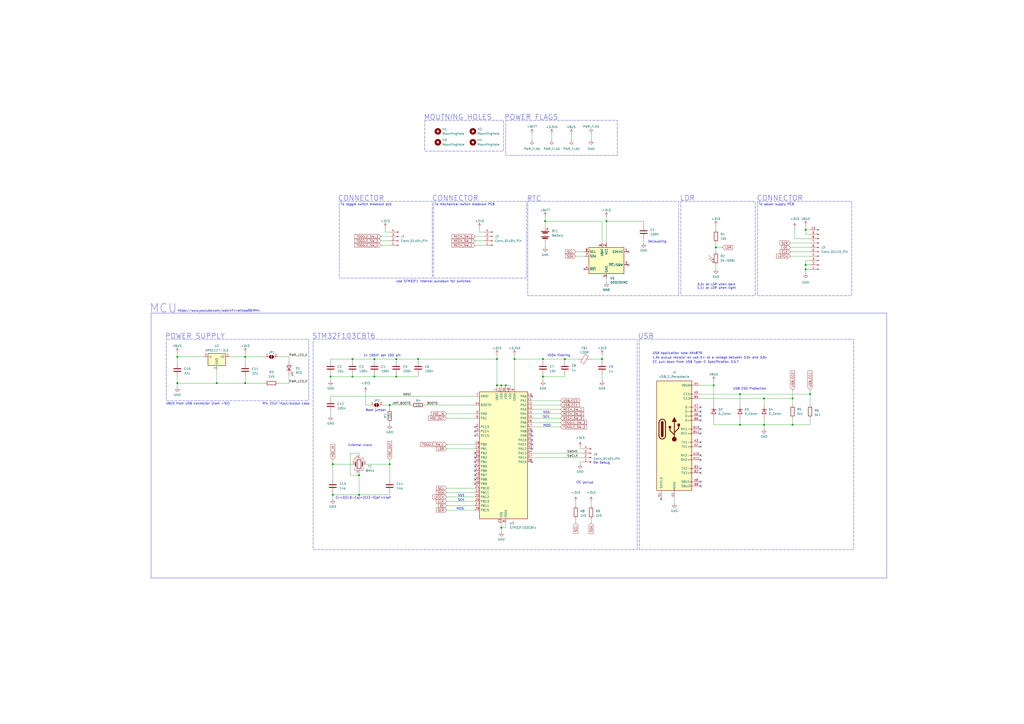
<source format=kicad_sch>
(kicad_sch (version 20231120) (generator "eeschema") (generator_version "8.0")
  (paper "A2")
  (title_block (title "Microcontroller Schematic") (date "2024-06-07") (rev "0.1.2"))
  (junction (at 351.79 128.27))
  (junction (at 226.06 269.24))
  (junction (at 288.29 223.52))
  (junction (at 208.28 275.59))
  (junction (at 226.06 234.95))
  (junction (at 242.57 208.28))
  (junction (at 414.02 223.52))
  (junction (at 193.04 287.02))
  (junction (at 459.74 231.14))
  (junction (at 429.26 246.38))
  (junction (at 443.23 231.14))
  (junction (at 229.87 218.44))
  (junction (at 314.96 218.44))
  (junction (at 208.28 287.02))
  (junction (at 229.87 208.28))
  (junction (at 467.36 156.21))
  (junction (at 467.36 153.67))
  (junction (at 459.74 246.38))
  (junction (at 102.87 222.25))
  (junction (at 316.23 128.27))
  (junction (at 290.83 223.52))
  (junction (at 327.66 208.28))
  (junction (at 415.29 143.51))
  (junction (at 142.24 207.01))
  (junction (at 217.17 208.28))
  (junction (at 443.23 246.38))
  (junction (at 102.87 207.01))
  (junction (at 204.47 218.44))
  (junction (at 288.29 208.28))
  (junction (at 467.36 133.35))
  (junction (at 349.25 208.28))
  (junction (at 314.96 208.28))
  (junction (at 293.37 223.52))
  (junction (at 142.24 222.25))
  (junction (at 125.73 222.25))
  (junction (at 217.17 218.44))
  (junction (at 191.77 218.44))
  (junction (at 193.04 269.24))
  (junction (at 469.9 228.6))
  (junction (at 429.26 228.6))
  (junction (at 204.47 208.28))
  (junction (at 298.45 208.28))
  (junction (at 290.83 306.07))
  (no_connect (at 364.49 146.05))
  (no_connect (at 406.4 238.76))
  (no_connect (at 339.09 156.21))
  (no_connect (at 406.4 251.46))
  (no_connect (at 308.61 255.27))
  (no_connect (at 406.4 256.54))
  (no_connect (at 308.61 250.19))
  (no_connect (at 275.59 275.59))
  (no_connect (at 308.61 267.97))
  (no_connect (at 406.4 279.4))
  (no_connect (at 308.61 257.81))
  (no_connect (at 308.61 229.87))
  (no_connect (at 275.59 267.97))
  (no_connect (at 275.59 273.05))
  (no_connect (at 308.61 260.35))
  (no_connect (at 383.54 289.56))
  (no_connect (at 275.59 252.73))
  (no_connect (at 275.59 247.65))
  (no_connect (at 406.4 274.32))
  (no_connect (at 275.59 250.19))
  (no_connect (at 406.4 241.3))
  (no_connect (at 364.49 153.67))
  (no_connect (at 275.59 270.51))
  (no_connect (at 406.4 271.78))
  (no_connect (at 275.59 265.43))
  (no_connect (at 275.59 280.67))
  (no_connect (at 406.4 281.94))
  (no_connect (at 275.59 262.89))
  (no_connect (at 406.4 248.92))
  (no_connect (at 308.61 252.73))
  (no_connect (at 406.4 236.22))
  (no_connect (at 406.4 264.16))
  (no_connect (at 406.4 259.08))
  (no_connect (at 275.59 278.13))
  (no_connect (at 406.4 266.7))
  (no_connect (at 406.4 243.84))
  (wire (pts (xy 259.08 293.37) (xy 275.59 293.37)))
  (wire (pts (xy 220.98 139.7) (xy 226.06 139.7)))
  (wire (pts (xy 298.45 208.28) (xy 298.45 224.79)))
  (wire (pts (xy 467.36 133.35) (xy 467.36 130.81)))
  (wire (pts (xy 259.08 260.35) (xy 275.59 260.35)))
  (wire (pts (xy 415.29 143.51) (xy 419.1 143.51)))
  (wire (pts (xy 391.16 289.56) (xy 391.16 292.1)))
  (wire (pts (xy 334.01 146.05) (xy 339.09 146.05)))
  (wire (pts (xy 429.26 246.38) (xy 414.02 246.38)))
  (wire (pts (xy 288.29 205.74) (xy 288.29 208.28)))
  (wire (pts (xy 226.06 234.95) (xy 222.25 234.95)))
  (wire (pts (xy 443.23 246.38) (xy 443.23 248.92)))
  (wire (pts (xy 293.37 223.52) (xy 290.83 223.52)))
  (wire (pts (xy 349.25 208.28) (xy 342.9 208.28)))
  (wire (pts (xy 459.74 246.38) (xy 469.9 246.38)))
  (wire (pts (xy 308.61 247.65) (xy 325.12 247.65)))
  (wire (pts (xy 102.87 204.47) (xy 102.87 207.01)))
  (wire (pts (xy 226.06 245.11) (xy 226.06 246.38)))
  (wire (pts (xy 316.23 125.73) (xy 316.23 128.27)))
  (wire (pts (xy 469.9 138.43) (xy 461.01 138.43)))
  (wire (pts (xy 320.04 77.47) (xy 320.04 81.28)))
  (wire (pts (xy 293.37 306.07) (xy 290.83 306.07)))
  (wire (pts (xy 229.87 208.28) (xy 217.17 208.28)))
  (wire (pts (xy 415.29 130.81) (xy 415.29 133.35)))
  (wire (pts (xy 288.29 223.52) (xy 288.29 224.79)))
  (wire (pts (xy 293.37 303.53) (xy 293.37 306.07)))
  (wire (pts (xy 351.79 128.27) (xy 373.38 128.27)))
  (wire (pts (xy 208.28 275.59) (xy 208.28 287.02)))
  (wire (pts (xy 142.24 218.44) (xy 142.24 222.25)))
  (wire (pts (xy 308.61 242.57) (xy 325.12 242.57)))
  (wire (pts (xy 142.24 207.01) (xy 142.24 210.82)))
  (wire (pts (xy 467.36 151.13) (xy 469.9 151.13)))
  (wire (pts (xy 259.08 285.75) (xy 275.59 285.75)))
  (wire (pts (xy 212.09 269.24) (xy 226.06 269.24)))
  (wire (pts (xy 191.77 229.87) (xy 275.59 229.87)))
  (wire (pts (xy 336.55 267.97) (xy 336.55 269.24)))
  (wire (pts (xy 102.87 222.25) (xy 102.87 224.79)))
  (wire (pts (xy 349.25 128.27) (xy 349.25 140.97)))
  (wire (pts (xy 406.4 228.6) (xy 429.26 228.6)))
  (wire (pts (xy 208.28 287.02) (xy 226.06 287.02)))
  (wire (pts (xy 429.26 242.57) (xy 429.26 246.38)))
  (wire (pts (xy 220.98 142.24) (xy 226.06 142.24)))
  (wire (pts (xy 467.36 153.67) (xy 467.36 151.13)))
  (wire (pts (xy 259.08 295.91) (xy 275.59 295.91)))
  (wire (pts (xy 351.79 128.27) (xy 351.79 140.97)))
  (wire (pts (xy 414.02 223.52) (xy 406.4 223.52)))
  (wire (pts (xy 167.64 207.01) (xy 167.64 209.55)))
  (wire (pts (xy 314.96 218.44) (xy 314.96 220.98)))
  (wire (pts (xy 308.61 262.89) (xy 337.82 262.89)))
  (wire (pts (xy 203.2 262.89) (xy 203.2 275.59)))
  (wire (pts (xy 290.83 303.53) (xy 290.83 306.07)))
  (wire (pts (xy 204.47 217.17) (xy 204.47 218.44)))
  (wire (pts (xy 406.4 231.14) (xy 443.23 231.14)))
  (wire (pts (xy 458.47 146.05) (xy 469.9 146.05)))
  (wire (pts (xy 334.01 290.83) (xy 334.01 293.37)))
  (wire (pts (xy 349.25 217.17) (xy 349.25 220.98)))
  (wire (pts (xy 259.08 290.83) (xy 275.59 290.83)))
  (wire (pts (xy 414.02 242.57) (xy 414.02 246.38)))
  (wire (pts (xy 226.06 287.02) (xy 226.06 285.75)))
  (wire (pts (xy 208.28 262.89) (xy 203.2 262.89)))
  (wire (pts (xy 191.77 238.76) (xy 191.77 241.3)))
  (wire (pts (xy 443.23 246.38) (xy 459.74 246.38)))
  (wire (pts (xy 142.24 204.47) (xy 142.24 207.01)))
  (wire (pts (xy 443.23 231.14) (xy 443.23 234.95)))
  (wire (pts (xy 259.08 288.29) (xy 275.59 288.29)))
  (wire (pts (xy 467.36 153.67) (xy 467.36 156.21)))
  (wire (pts (xy 161.29 207.01) (xy 167.64 207.01)))
  (wire (pts (xy 458.47 148.59) (xy 469.9 148.59)))
  (wire (pts (xy 467.36 156.21) (xy 469.9 156.21)))
  (wire (pts (xy 459.74 226.06) (xy 459.74 231.14)))
  (wire (pts (xy 327.66 218.44) (xy 327.66 217.17)))
  (wire (pts (xy 193.04 287.02) (xy 208.28 287.02)))
  (wire (pts (xy 314.96 208.28) (xy 314.96 209.55)))
  (wire (pts (xy 193.04 285.75) (xy 193.04 287.02)))
  (wire (pts (xy 314.96 217.17) (xy 314.96 218.44)))
  (wire (pts (xy 415.29 143.51) (xy 415.29 146.05)))
  (wire (pts (xy 229.87 218.44) (xy 242.57 218.44)))
  (wire (pts (xy 327.66 208.28) (xy 335.28 208.28)))
  (wire (pts (xy 337.82 267.97) (xy 336.55 267.97)))
  (wire (pts (xy 469.9 135.89) (xy 467.36 135.89)))
  (wire (pts (xy 469.9 228.6) (xy 469.9 234.95)))
  (wire (pts (xy 349.25 209.55) (xy 349.25 208.28)))
  (wire (pts (xy 280.67 134.62) (xy 278.13 134.62)))
  (wire (pts (xy 259.08 242.57) (xy 275.59 242.57)))
  (wire (pts (xy 443.23 231.14) (xy 459.74 231.14)))
  (wire (pts (xy 331.47 77.47) (xy 331.47 81.28)))
  (wire (pts (xy 133.35 207.01) (xy 142.24 207.01)))
  (wire (pts (xy 337.82 260.35) (xy 336.55 260.35)))
  (wire (pts (xy 193.04 289.56) (xy 193.04 287.02)))
  (wire (pts (xy 242.57 209.55) (xy 242.57 208.28)))
  (wire (pts (xy 327.66 208.28) (xy 327.66 209.55)))
  (wire (pts (xy 229.87 208.28) (xy 229.87 209.55)))
  (wire (pts (xy 429.26 228.6) (xy 429.26 234.95)))
  (wire (pts (xy 242.57 208.28) (xy 229.87 208.28)))
  (wire (pts (xy 142.24 222.25) (xy 125.73 222.25)))
  (wire (pts (xy 193.04 266.7) (xy 193.04 269.24)))
  (wire (pts (xy 308.61 245.11) (xy 325.12 245.11)))
  (wire (pts (xy 314.96 218.44) (xy 327.66 218.44)))
  (wire (pts (xy 288.29 223.52) (xy 288.29 208.28)))
  (wire (pts (xy 314.96 208.28) (xy 327.66 208.28)))
  (wire (pts (xy 275.59 137.16) (xy 280.67 137.16)))
  (wire (pts (xy 316.23 128.27) (xy 316.23 130.81)))
  (wire (pts (xy 223.52 134.62) (xy 223.52 132.08)))
  (wire (pts (xy 298.45 205.74) (xy 298.45 208.28)))
  (wire (pts (xy 226.06 269.24) (xy 226.06 278.13)))
  (wire (pts (xy 217.17 218.44) (xy 229.87 218.44)))
  (wire (pts (xy 229.87 217.17) (xy 229.87 218.44)))
  (wire (pts (xy 443.23 246.38) (xy 443.23 242.57)))
  (wire (pts (xy 308.61 232.41) (xy 325.12 232.41)))
  (wire (pts (xy 212.09 227.33) (xy 212.09 234.95)))
  (wire (pts (xy 226.06 134.62) (xy 223.52 134.62)))
  (wire (pts (xy 298.45 208.28) (xy 314.96 208.28)))
  (wire (pts (xy 203.2 275.59) (xy 208.28 275.59)))
  (wire (pts (xy 469.9 153.67) (xy 467.36 153.67)))
  (wire (pts (xy 259.08 283.21) (xy 275.59 283.21)))
  (wire (pts (xy 204.47 218.44) (xy 217.17 218.44)))
  (wire (pts (xy 208.28 275.59) (xy 208.28 274.32)))
  (wire (pts (xy 342.9 290.83) (xy 342.9 293.37)))
  (wire (pts (xy 415.29 140.97) (xy 415.29 143.51)))
  (wire (pts (xy 226.06 266.7) (xy 226.06 269.24)))
  (wire (pts (xy 293.37 223.52) (xy 293.37 224.79)))
  (wire (pts (xy 161.29 222.25) (xy 167.64 222.25)))
  (wire (pts (xy 275.59 139.7) (xy 280.67 139.7)))
  (wire (pts (xy 308.61 234.95) (xy 325.12 234.95)))
  (wire (pts (xy 246.38 234.95) (xy 275.59 234.95)))
  (wire (pts (xy 259.08 257.81) (xy 275.59 257.81)))
  (wire (pts (xy 342.9 300.99) (xy 342.9 303.53)))
  (wire (pts (xy 461.01 138.43) (xy 461.01 132.08)))
  (wire (pts (xy 351.79 161.29) (xy 351.79 163.83)))
  (wire (pts (xy 349.25 205.74) (xy 349.25 208.28)))
  (wire (pts (xy 295.91 223.52) (xy 293.37 223.52)))
  (wire (pts (xy 290.83 223.52) (xy 288.29 223.52)))
  (wire (pts (xy 226.06 234.95) (xy 238.76 234.95)))
  (wire (pts (xy 316.23 128.27) (xy 349.25 128.27)))
  (wire (pts (xy 191.77 217.17) (xy 191.77 218.44)))
  (wire (pts (xy 191.77 218.44) (xy 204.47 218.44)))
  (wire (pts (xy 226.06 237.49) (xy 226.06 234.95)))
  (wire (pts (xy 204.47 208.28) (xy 204.47 209.55)))
  (wire (pts (xy 191.77 229.87) (xy 191.77 231.14)))
  (wire (pts (xy 459.74 242.57) (xy 459.74 246.38)))
  (wire (pts (xy 102.87 222.25) (xy 102.87 218.44)))
  (wire (pts (xy 204.47 208.28) (xy 191.77 208.28)))
  (wire (pts (xy 351.79 125.73) (xy 351.79 128.27)))
  (wire (pts (xy 467.36 156.21) (xy 467.36 158.75)))
  (wire (pts (xy 242.57 218.44) (xy 242.57 217.17)))
  (wire (pts (xy 443.23 246.38) (xy 429.26 246.38)))
  (wire (pts (xy 193.04 269.24) (xy 204.47 269.24)))
  (wire (pts (xy 102.87 210.82) (xy 102.87 207.01)))
  (wire (pts (xy 414.02 220.98) (xy 414.02 223.52)))
  (wire (pts (xy 308.61 237.49) (xy 325.12 237.49)))
  (wire (pts (xy 316.23 140.97) (xy 316.23 143.51)))
  (wire (pts (xy 459.74 234.95) (xy 459.74 231.14)))
  (wire (pts (xy 429.26 228.6) (xy 469.9 228.6)))
  (wire (pts (xy 308.61 77.47) (xy 308.61 81.28)))
  (wire (pts (xy 373.38 138.43) (xy 373.38 140.97)))
  (wire (pts (xy 469.9 226.06) (xy 469.9 228.6)))
  (wire (pts (xy 167.64 222.25) (xy 167.64 217.17)))
  (wire (pts (xy 373.38 130.81) (xy 373.38 128.27)))
  (wire (pts (xy 334.01 148.59) (xy 339.09 148.59)))
  (wire (pts (xy 125.73 214.63) (xy 125.73 222.25)))
  (wire (pts (xy 334.01 300.99) (xy 334.01 303.53)))
  (wire (pts (xy 469.9 242.57) (xy 469.9 246.38)))
  (wire (pts (xy 217.17 217.17) (xy 217.17 218.44)))
  (wire (pts (xy 191.77 208.28) (xy 191.77 209.55)))
  (wire (pts (xy 342.9 77.47) (xy 342.9 81.28)))
  (wire (pts (xy 191.77 220.98) (xy 191.77 218.44)))
  (wire (pts (xy 308.61 240.03) (xy 325.12 240.03)))
  (wire (pts (xy 217.17 208.28) (xy 217.17 209.55)))
  (wire (pts (xy 458.47 140.97) (xy 469.9 140.97)))
  (wire (pts (xy 259.08 240.03) (xy 275.59 240.03)))
  (wire (pts (xy 142.24 222.25) (xy 153.67 222.25)))
  (wire (pts (xy 208.28 264.16) (xy 208.28 262.89)))
  (wire (pts (xy 102.87 207.01) (xy 118.11 207.01)))
  (wire (pts (xy 336.55 260.35) (xy 336.55 259.08)))
  (wire (pts (xy 142.24 207.01) (xy 153.67 207.01)))
  (wire (pts (xy 125.73 222.25) (xy 102.87 222.25)))
  (wire (pts (xy 290.83 308.61) (xy 290.83 306.07)))
  (wire (pts (xy 467.36 135.89) (xy 467.36 133.35)))
  (wire (pts (xy 212.09 234.95) (xy 214.63 234.95)))
  (wire (pts (xy 414.02 223.52) (xy 414.02 234.95)))
  (wire (pts (xy 308.61 265.43) (xy 337.82 265.43)))
  (wire (pts (xy 458.47 143.51) (xy 469.9 143.51)))
  (wire (pts (xy 467.36 133.35) (xy 469.9 133.35)))
  (wire (pts (xy 275.59 142.24) (xy 280.67 142.24)))
  (wire (pts (xy 242.57 208.28) (xy 288.29 208.28)))
  (wire (pts (xy 295.91 223.52) (xy 295.91 224.79)))
  (wire (pts (xy 193.04 269.24) (xy 193.04 278.13)))
  (wire (pts (xy 220.98 137.16) (xy 226.06 137.16)))
  (wire (pts (xy 290.83 223.52) (xy 290.83 224.79)))
  (wire (pts (xy 278.13 134.62) (xy 278.13 132.08)))
  (wire (pts (xy 415.29 153.67) (xy 415.29 156.21)))
  (wire (pts (xy 217.17 208.28) (xy 204.47 208.28)))
  (rectangle (start 246.38 69.85) (end 292.1 87.63) (stroke (width 0) (type dash)))
  (rectangle (start 370.84 196.85) (end 495.3 318.77) (stroke (width 0) (type dash)))
  (rectangle (start 251.46 116.84) (end 305.435 161.29) (stroke (width 0) (type dash)))
  (rectangle (start 96.52 196.85) (end 179.07 232.41) (stroke (width 0) (type dash)))
  (rectangle (start 181.61 196.85) (end 369.57 318.77) (stroke (width 0) (type dash)))
  (rectangle (start 87.63 181.61) (end 514.35 335.28))
  (rectangle (start 306.07 116.84) (end 393.7 171.45) (stroke (width 0) (type dash)))
  (rectangle (start 439.42 116.84) (end 494.03 171.45) (stroke (width 0) (type dash)))
  (rectangle (start 293.37 69.85) (end 358.14 90.17) (stroke (width 0) (type dash)))
  (rectangle (start 394.97 116.84) (end 438.15 171.45) (stroke (width 0) (type dash)))
  (rectangle (start 196.85 116.84) (end 250.825 161.29) (stroke (width 0) (type dash)))
  (text "NSS" (at 314.96 240.03 0) (effects (font (size 1.27 1.27)) (justify left bottom)))
  (text "https://www.youtube.com/watch?v=aVUqaB0IMh4" (at 102.87 181.102 0) (effects (font (size 1.27 1.27)) (justify left bottom)))
  (text "USB" (at 370.078 196.85 0) (effects (font (size 3 3)) (justify left bottom)))
  (text "CONNECTOR" (at 452.374 115.062 0) (effects (font (size 3 3))))
  (text "USB ESD Protection" (at 425.196 226.314 0) (effects (font (size 1.27 1.27)) (justify left bottom)))
  (text "To toggle switch breakout pcb" (at 212.344 118.618 0) (effects (font (size 1.27 1.27))))
  (text "VDDA filtering" (at 317.5 207.01 0) (effects (font (size 1.27 1.27)) (justify left bottom)))
  (text "MOUTNING HOLES" (at 245.872 69.85 0) (effects (font (size 3 3)) (justify left bottom)))
  (text "POWER SUPPLY" (at 95.758 196.85 0) (effects (font (size 3 3)) (justify left bottom)))
  (text "NSS" (at 269.494 288.29 0) (effects (font (size 1.27 1.27)) (justify right bottom)))
  (text "External clock" (at 201.93 259.08 0) (effects (font (size 1.27 1.27)) (justify left bottom)))
  (text "SCK" (at 314.96 242.57 0) (effects (font (size 1.27 1.27)) (justify left bottom)))
  (text "STM32F103CBT6" (at 181.102 196.85 0) (effects (font (size 3 3)) (justify left bottom)))
  (text "3.3v at LDR when dark\n1.1v at LDR when light" (at 404.368 166.116 0) (effects (font (size 1.27 1.27)) (justify left)))
  (text "USB Application note AN4879" (at 378.46 205.74 0) (effects (font (size 1.27 1.27)) (justify left bottom)))
  (text "Decoupling" (at 375.92 140.97 0) (effects (font (size 1.27 1.27)) (justify left bottom)))
  (text "1.5k pullup resistor on usb D+ to a voltage between 3.0v and 3.6v" (at 378.46 208.28 0) (effects (font (size 1.27 1.27)) (justify left bottom)))
  (text "SW Debug" (at 344.17 269.24 0) (effects (font (size 1.27 1.27)) (justify left bottom)))
  (text "CC pull down from USB Type-C Specification 3.5.7 " (at 378.46 210.82 0) (effects (font (size 1.27 1.27)) (justify left bottom)))
  (text "CL=2(CL0-Cs)=2(12-5)pF=14pF" (at 194.564 289.56 0) (effects (font (size 1.27 1.27)) (justify left bottom)))
  (text "To mechanical switch breakout PCB" (at 269.494 118.618 0) (effects (font (size 1.27 1.27))))
  (text "I2C pullup" (at 334.01 280.67 0) (effects (font (size 1.27 1.27)) (justify left bottom)))
  (text "CONNECTOR" (at 196.088 116.84 0) (effects (font (size 3 3)) (justify left bottom)))
  (text "POWER FLAGS" (at 292.608 69.85 0) (effects (font (size 3 3)) (justify left bottom)))
  (text "1x 100nF per VDD pin" (at 210.82 207.01 0) (effects (font (size 1.27 1.27)) (justify left bottom)))
  (text "Boot jumper" (at 212.09 238.76 0) (effects (font (size 1.27 1.27)) (justify left bottom)))
  (text "Min 22uF input/output caps" (at 152.146 234.95 0) (effects (font (size 1.27 1.27)) (justify left bottom)))
  (text "MCU" (at 86.614 181.864 0) (effects (font (size 5 5)) (justify left bottom)))
  (text "VBUS from USB connector (nom +5V)\n" (at 96.266 234.95 0) (effects (font (size 1.27 1.27)) (justify left bottom)))
  (text "LDR" (at 398.78 115.062 0) (effects (font (size 3 3))))
  (text "CONNECTOR" (at 250.698 116.84 0) (effects (font (size 3 3)) (justify left bottom)))
  (text "RTC" (at 305.562 117.094 0) (effects (font (size 3 3)) (justify left bottom)))
  (text "To power supply PCB" (at 450.342 118.618 0) (effects (font (size 1.27 1.27))))
  (text "SCK" (at 269.494 290.83 0) (effects (font (size 1.27 1.27)) (justify right bottom)))
  (text "Use STM32F1 internal pulldown for switches" (at 251.46 163.322 0) (effects (font (size 1.27 1.27))))
  (text "MOSI" (at 314.96 247.65 0) (effects (font (size 1.27 1.27)) (justify left bottom)))
  (text "MOSI" (at 269.494 295.91 0) (effects (font (size 1.27 1.27)) (justify right bottom)))
  (label "PWR_LED_K" (at 167.64 222.25 0))
  (label "BOOT0" (at 247.65 234.95 0))
  (label "PWR_LED_A" (at 167.64 207.01 0))
  (label "JMP_BOOT0" (at 227.33 234.95 0))
  (label "NRST" (at 233.68 229.87 0))
  (label "SWCLK" (at 328.93 265.43 0))
  (label "SWDIO" (at 328.93 262.89 0))
  (global_label "HSE_OUT" (shape input) (at 226.06 266.7 90) (property "Intersheetrefs" "${INTERSHEET_REFS}" (effects (hide yes))))
  (global_label "HSE_IN" (shape input) (at 193.04 266.7 90) (property "Intersheetrefs" "${INTERSHEET_REFS}" (effects (hide yes))))
  (global_label "LATCH" (shape input) (at 259.08 288.29 180) (property "Intersheetrefs" "${INTERSHEET_REFS}" (effects (hide yes))))
  (global_label "LDR" (shape input) (at 259.08 260.35 180) (property "Intersheetrefs" "${INTERSHEET_REFS}" (effects (hide yes))))
  (global_label "LATCH" (shape input) (at 458.47 148.59 180) (property "Intersheetrefs" "${INTERSHEET_REFS}" (effects (hide yes))))
  (global_label "CLK" (shape input) (at 259.08 290.83 180) (property "Intersheetrefs" "${INTERSHEET_REFS}" (effects (hide yes))))
  (global_label "SCL" (shape input) (at 259.08 283.21 180) (property "Intersheetrefs" "${INTERSHEET_REFS}" (effects (hide yes))))
  (global_label "MECH_SW_3" (shape input) (at 325.12 242.57 0) (property "Intersheetrefs" "${INTERSHEET_REFS}" (effects (hide yes))))
  (global_label "SER" (shape input) (at 259.08 295.91 180) (property "Intersheetrefs" "${INTERSHEET_REFS}" (effects (hide yes))))
  (global_label "USB_CC1" (shape input) (at 469.9 226.06 90) (property "Intersheetrefs" "${INTERSHEET_REFS}" (effects (hide yes))))
  (global_label "SER" (shape input) (at 458.47 140.97 180) (property "Intersheetrefs" "${INTERSHEET_REFS}" (effects (hide yes))))
  (global_label "LDR" (shape input) (at 419.1 143.51 0) (property "Intersheetrefs" "${INTERSHEET_REFS}" (effects (hide yes))))
  (global_label "TOGGLE_SW_2" (shape input) (at 325.12 247.65 0) (property "Intersheetrefs" "${INTERSHEET_REFS}" (effects (hide yes))))
  (global_label "TOGGLE_SW_3" (shape input) (at 220.98 137.16 180) (property "Intersheetrefs" "${INTERSHEET_REFS}" (effects (hide yes))))
  (global_label "SCL" (shape input) (at 334.01 146.05 180) (property "Intersheetrefs" "${INTERSHEET_REFS}" (effects (hide yes))))
  (global_label "OE" (shape input) (at 259.08 293.37 180) (property "Intersheetrefs" "${INTERSHEET_REFS}" (effects (hide yes))))
  (global_label "SDA" (shape input) (at 259.08 285.75 180) (property "Intersheetrefs" "${INTERSHEET_REFS}" (effects (hide yes))))
  (global_label "SDA" (shape input) (at 342.9 303.53 270) (property "Intersheetrefs" "${INTERSHEET_REFS}" (effects (hide yes))))
  (global_label "USB_CC1" (shape input) (at 325.12 234.95 0) (property "Intersheetrefs" "${INTERSHEET_REFS}" (effects (hide yes))))
  (global_label "MECH_SW_1" (shape input) (at 325.12 237.49 0) (property "Intersheetrefs" "${INTERSHEET_REFS}" (effects (hide yes))))
  (global_label "OE" (shape input) (at 458.47 143.51 180) (property "Intersheetrefs" "${INTERSHEET_REFS}" (effects (hide yes))))
  (global_label "TOGGLE_SW_1" (shape input) (at 259.08 257.81 180) (property "Intersheetrefs" "${INTERSHEET_REFS}" (effects (hide yes))))
  (global_label "HSE_IN" (shape input) (at 259.08 240.03 180) (property "Intersheetrefs" "${INTERSHEET_REFS}" (effects (hide yes))))
  (global_label "TOGGLE_SW_2" (shape input) (at 220.98 139.7 180) (property "Intersheetrefs" "${INTERSHEET_REFS}" (effects (hide yes))))
  (global_label "SDA" (shape input) (at 334.01 148.59 180) (property "Intersheetrefs" "${INTERSHEET_REFS}" (effects (hide yes))))
  (global_label "MECH_SW_2" (shape input) (at 325.12 240.03 0) (property "Intersheetrefs" "${INTERSHEET_REFS}" (effects (hide yes))))
  (global_label "SCL" (shape input) (at 334.01 303.53 270) (property "Intersheetrefs" "${INTERSHEET_REFS}" (effects (hide yes))))
  (global_label "TOGGLE_SW_3" (shape input) (at 325.12 245.11 0) (property "Intersheetrefs" "${INTERSHEET_REFS}" (effects (hide yes))))
  (global_label "USB_CC2" (shape input) (at 325.12 232.41 0) (property "Intersheetrefs" "${INTERSHEET_REFS}" (effects (hide yes))))
  (global_label "CLK" (shape input) (at 458.47 146.05 180) (property "Intersheetrefs" "${INTERSHEET_REFS}" (effects (hide yes))))
  (global_label "MECH_SW_2" (shape input) (at 275.59 139.7 180) (property "Intersheetrefs" "${INTERSHEET_REFS}" (effects (hide yes))))
  (global_label "USB_CC2" (shape input) (at 459.74 226.06 90) (property "Intersheetrefs" "${INTERSHEET_REFS}" (effects (hide yes))))
  (global_label "MECH_SW_1" (shape input) (at 275.59 142.24 180) (property "Intersheetrefs" "${INTERSHEET_REFS}" (effects (hide yes))))
  (global_label "HSE_OUT" (shape input) (at 259.08 242.57 180) (property "Intersheetrefs" "${INTERSHEET_REFS}" (effects (hide yes))))
  (global_label "TOGGLE_SW_1" (shape input) (at 220.98 142.24 180) (property "Intersheetrefs" "${INTERSHEET_REFS}" (effects (hide yes))))
  (global_label "MECH_SW_3" (shape input) (at 275.59 137.16 180) (property "Intersheetrefs" "${INTERSHEET_REFS}" (effects (hide yes))))
  (symbol (lib_name "VBUS_3") (lib_id "power:VBUS") (at 414.02 220.98 0) (unit 1)
    (property "Reference" "#PWR025" (effects (hide yes)))
    (property "Value" "VBUS" (at 414.02 217.17 0))
    (property "Description" "Power symbol creates a global label with name \"VBUS\"" (effects (hide yes)))
  )
  (symbol (lib_id "power:PWR_FLAG") (at 342.9 77.47 0) (unit 1)
    (property "Reference" "#FLG01" (effects (hide yes)))
    (property "Value" "PWR_FLAG" (at 342.9 73.406 0))
    (property "Description" "Special symbol for telling ERC where power comes from" (effects (hide yes)))
  )
  (symbol (lib_id "power:GND") (at 336.55 269.24 0) (unit 1)
    (property "Reference" "#PWR032" (effects (hide yes)))
    (property "Value" "GND" (at 336.55 273.558 0))
    (property "Description" "Power symbol creates a global label with name \"GND\" , ground" (effects (hide yes)))
  )
  (symbol (lib_id "Regulator_Linear:AMS1117-3.3") (at 125.73 207.01 0) (unit 1)
    (property "Reference" "U2" (at 125.73 200.66 0))
    (property "Value" "AMS1117-3.3" (at 125.73 203.2 0))
    (property "Footprint" "Package_TO_SOT_SMD:SOT-223-3_TabPin2" (effects (hide yes)))
    (property "Datasheet" "http://www.advanced-monolithic.com/pdf/ds1117.pdf" (effects (hide yes)))
  )
  (symbol (lib_id "Device:Battery") (at 316.23 135.89 0) (unit 1)
    (property "Reference" "BT1" (at 320.04 134.0484 0) (effects (justify left)))
    (property "Value" "Battery" (at 320.04 136.5884 0) (effects (justify left)))
    (property "Footprint" "Custom:BAT-HLD-005-THM" (effects (hide yes)))
  )
  (symbol (lib_id "Device:Crystal_GND24") (at 208.28 269.24 0) (unit 1)
    (property "Reference" "Y1" (at 214.63 270.51 0))
    (property "Value" "8Mhz" (at 214.63 273.05 0))
    (property "Footprint" "Crystal:Crystal_SMD_3225-4Pin_3.2x2.5mm" (effects (hide yes)))
    (property "Description" "TAXM8M4RFDCET2T" (effects (hide yes)))
  )
  (symbol (lib_id "Connector:Conn_01x10_Pin") (at 474.98 146.05 180) (unit 1)
    (property "Reference" "J3" (at 476.25 143.5099 0) (effects (justify right)))
    (property "Value" "Conn_01x10_Pin" (at 476.25 146.0499 0) (effects (justify right)))
    (property "Footprint" "Connector_IDC:IDC-Header_2x05_P2.54mm_Vertical" (effects (hide yes)))
    (property "Description" "Generic connector, single row, 01x10, script generated" (effects (hide yes)))
  )
  (symbol (lib_id "power:PWR_FLAG") (at 308.61 81.28 180) (unit 1)
    (property "Reference" "#FLG02" (effects (hide yes)))
    (property "Value" "PWR_FLAG" (at 308.61 86.36 0))
    (property "Description" "Special symbol for telling ERC where power comes from" (effects (hide yes)))
  )
  (symbol (lib_id "power:+BATT") (at 316.23 125.73 0) (unit 1)
    (property "Reference" "#PWR05" (effects (hide yes)))
    (property "Value" "+BATT" (at 316.23 121.92 0))
    (property "Description" "Power symbol creates a global label with name \"+BATT\"" (effects (hide yes)))
  )
  (symbol (lib_id "power:+BATT") (at 308.61 77.47 0) (unit 1)
    (property "Reference" "#PWR01" (effects (hide yes)))
    (property "Value" "+BATT" (at 308.61 73.406 0))
    (property "Description" "Power symbol creates a global label with name \"+BATT\"" (effects (hide yes)))
  )
  (symbol (lib_id "power:+3V3") (at 212.09 227.33 0) (unit 1)
    (property "Reference" "#PWR027" (effects (hide yes)))
    (property "Value" "+3V3" (at 212.09 222.25 0))
    (property "Description" "Power symbol creates a global label with name \"+3V3\"" (effects (hide yes)))
  )
  (symbol (lib_id "Device:C") (at 373.38 134.62 0) (unit 1)
    (property "Reference" "C1" (at 377.19 133.3499 0) (effects (justify left)))
    (property "Value" "100n" (at 377.19 135.8899 0) (effects (justify left)))
    (property "Footprint" "Capacitor_SMD:C_0603_1608Metric" (effects (hide yes)))
  )
  (symbol (lib_id "Device:R") (at 157.48 222.25 270) (unit 1)
    (property "Reference" "R3" (at 157.48 215.9 90))
    (property "Value" "1k5" (at 157.48 218.44 90))
    (property "Footprint" "Resistor_SMD:R_0603_1608Metric" (effects (hide yes)))
  )
  (symbol (lib_id "power:+3V3") (at 351.79 125.73 0) (unit 1)
    (property "Reference" "#PWR06" (effects (hide yes)))
    (property "Value" "+3V3" (at 351.79 121.92 0))
    (property "Description" "Power symbol creates a global label with name \"+3V3\"" (effects (hide yes)))
  )
  (symbol (lib_id "power:GND") (at 290.83 308.61 0) (unit 1)
    (property "Reference" "#PWR037" (effects (hide yes)))
    (property "Value" "GND" (at 290.83 312.928 0))
    (property "Description" "Power symbol creates a global label with name \"GND\" , ground" (effects (hide yes)))
  )
  (symbol (lib_id "power:+3V3") (at 288.29 205.74 0) (unit 1)
    (property "Reference" "#PWR019" (effects (hide yes)))
    (property "Value" "+3V3" (at 288.29 201.93 0))
    (property "Description" "Power symbol creates a global label with name \"+3V3\"" (effects (hide yes)))
  )
  (symbol (lib_id "Connector:USB_C_Receptacle") (at 391.16 248.92 0) (unit 1)
    (property "Reference" "J4" (at 391.16 215.9 0))
    (property "Value" "USB_C_Receptacle" (at 391.16 218.44 0))
    (property "Footprint" "Connector_USB:USB_C_Receptacle_GCT_USB4125-xx-x-0190_6P_TopMnt_Horizontal" (effects (hide yes)))
    (property "Datasheet" "https://www.usb.org/sites/default/files/documents/usb_type-c.zip" (effects (hide yes)))
  )
  (symbol (lib_id "Device:R") (at 242.57 234.95 270) (unit 1)
    (property "Reference" "R4" (at 242.57 232.41 90))
    (property "Value" "10k" (at 242.57 234.95 90))
    (property "Footprint" "Resistor_SMD:R_0603_1608Metric" (effects (hide yes)))
  )
  (symbol (lib_id "power:GND") (at 373.38 140.97 0) (unit 1)
    (property "Reference" "#PWR012" (effects (hide yes)))
    (property "Value" "GND" (at 373.38 145.288 0))
    (property "Description" "Power symbol creates a global label with name \"GND\" , ground" (effects (hide yes)))
  )
  (symbol (lib_id "Device:D_Zener") (at 443.23 238.76 270) (unit 1)
    (property "Reference" "D4" (at 445.77 237.4899 90) (effects (justify left)))
    (property "Value" "D_Zener" (at 445.77 240.0299 90) (effects (justify left)))
    (property "Footprint" "Diode_SMD:D_SOD-323" (effects (hide yes)))
    (property "Description" "Zener diode" (effects (hide yes)))
  )
  (symbol (lib_id "power:PWR_FLAG") (at 331.47 81.28 180) (unit 1)
    (property "Reference" "#FLG04" (effects (hide yes)))
    (property "Value" "PWR_FLAG" (at 331.47 86.36 0))
    (property "Description" "Special symbol for telling ERC where power comes from" (effects (hide yes)))
  )
  (symbol (lib_id "Device:C") (at 102.87 214.63 0) (unit 1)
    (property "Reference" "C10" (at 106.68 213.995 0) (effects (justify left)))
    (property "Value" "22u" (at 106.68 216.535 0) (effects (justify left)))
    (property "Footprint" "Capacitor_SMD:C_0805_2012Metric" (effects (hide yes)))
  )
  (symbol (lib_id "power:GND") (at 191.77 220.98 0) (unit 1)
    (property "Reference" "#PWR022" (effects (hide yes)))
    (property "Value" "GND" (at 191.77 225.298 0))
    (property "Description" "Power symbol creates a global label with name \"GND\" , ground" (effects (hide yes)))
  )
  (symbol (lib_id "Device:R") (at 334.01 297.18 180) (unit 1)
    (property "Reference" "R8" (at 336.55 296.545 0) (effects (justify right)))
    (property "Value" "1k5" (at 336.55 299.085 0) (effects (justify right)))
    (property "Footprint" "Resistor_SMD:R_0603_1608Metric" (effects (hide yes)))
  )
  (symbol (lib_id "Device:R") (at 226.06 241.3 180) (unit 1)
    (property "Reference" "R7" (at 223.52 241.3 90))
    (property "Value" "10k" (at 226.06 241.3 90))
    (property "Footprint" "Resistor_SMD:R_0603_1608Metric" (effects (hide yes)))
  )
  (symbol (lib_id "Mechanical:MountingHole") (at 274.32 76.2 0) (unit 1) (exclude_from_sim yes) (in_bom no)
    (property "Reference" "H2" (at 276.86 74.9299 0) (effects (justify left)))
    (property "Value" "MountingHole" (at 276.86 77.4699 0) (effects (justify left)))
    (property "Footprint" "MountingHole:MountingHole_3.2mm_M3" (effects (hide yes)))
    (property "Description" "Mounting Hole without connection" (effects (hide yes)))
  )
  (symbol (lib_id "power:+3.3VA") (at 298.45 205.74 0) (unit 1)
    (property "Reference" "#PWR020" (effects (hide yes)))
    (property "Value" "+3.3VA" (at 298.45 201.93 0))
    (property "Description" "Power symbol creates a global label with name \"+3.3VA\"" (effects (hide yes)))
  )
  (symbol (lib_id "power:+3V3") (at 342.9 290.83 0) (unit 1)
    (property "Reference" "#PWR035" (effects (hide yes)))
    (property "Value" "+3V3" (at 342.9 285.75 0))
    (property "Description" "Power symbol creates a global label with name \"+3V3\"" (effects (hide yes)))
  )
  (symbol (lib_id "power:+3V3") (at 349.25 205.74 0) (unit 1)
    (property "Reference" "#PWR021" (effects (hide yes)))
    (property "Value" "+3V3" (at 349.25 201.93 0))
    (property "Description" "Power symbol creates a global label with name \"+3V3\"" (effects (hide yes)))
  )
  (symbol (lib_id "Device:C") (at 142.24 214.63 0) (unit 1)
    (property "Reference" "C11" (at 146.05 213.995 0) (effects (justify left)))
    (property "Value" "22u" (at 146.05 216.535 0) (effects (justify left)))
    (property "Footprint" "Capacitor_SMD:C_0805_2012Metric" (effects (hide yes)))
  )
  (symbol (lib_name "+3.3VA_1") (lib_id "power:+3.3VA") (at 320.04 77.47 0) (unit 1)
    (property "Reference" "#PWR02" (effects (hide yes)))
    (property "Value" "+3.3VA" (at 320.04 73.66 0))
    (property "Description" "Power symbol creates a global label with name \"+3.3VA\"" (effects (hide yes)))
  )
  (symbol (lib_id "Device:C") (at 242.57 213.36 0) (unit 1)
    (property "Reference" "C6" (at 246.38 212.725 0) (effects (justify left)))
    (property "Value" "100n" (at 246.38 215.265 0) (effects (justify left)))
    (property "Footprint" "Capacitor_SMD:C_0603_1608Metric" (effects (hide yes)))
  )
  (symbol (lib_id "power:+3V3") (at 415.29 130.81 0) (unit 1)
    (property "Reference" "#PWR07" (effects (hide yes)))
    (property "Value" "+3V3" (at 415.29 127 0))
    (property "Description" "Power symbol creates a global label with name \"+3V3\"" (effects (hide yes)))
  )
  (symbol (lib_id "Device:R") (at 415.29 137.16 0) (unit 1)
    (property "Reference" "R1" (at 417.83 135.8899 0) (effects (justify left)))
    (property "Value" "10k" (at 417.83 138.4299 0) (effects (justify left)))
    (property "Footprint" "Resistor_SMD:R_0603_1608Metric" (effects (hide yes)))
    (property "Description" "Resistor" (effects (hide yes)))
  )
  (symbol (lib_id "Device:C") (at 193.04 281.94 0) (unit 1)
    (property "Reference" "C13" (at 196.85 280.67 0) (effects (justify left)))
    (property "Value" "14p" (at 196.85 283.21 0) (effects (justify left)))
    (property "Footprint" "Capacitor_SMD:C_0603_1608Metric" (effects (hide yes)))
  )
  (symbol (lib_id "Connector:Conn_01x04_Pin") (at 231.14 139.7 180) (unit 1)
    (property "Reference" "J1" (at 232.41 137.1599 0) (effects (justify right)))
    (property "Value" "Conn_01x04_Pin" (at 232.41 139.6999 0) (effects (justify right)))
    (property "Footprint" "Connector_PinHeader_2.54mm:PinHeader_1x04_P2.54mm_Vertical" (effects (hide yes)))
    (property "Description" "Generic connector, single row, 01x04, script generated" (effects (hide yes)))
  )
  (symbol (lib_id "Sensor_Optical:A9013") (at 415.29 149.86 0) (unit 1)
    (property "Reference" "R2" (at 417.83 148.5899 0) (effects (justify left)))
    (property "Value" "5k-500k" (at 417.83 151.1299 0) (effects (justify left)))
    (property "Footprint" "OptoDevice:R_LDR_5.0x4.1mm_P3mm_Vertical" (effects (hide yes)))
    (property "Description" "light dependent resistor" (effects (hide yes)))
  )
  (symbol (lib_id "Device:R") (at 459.74 238.76 180) (unit 1)
    (property "Reference" "R5" (at 462.28 237.4899 0) (effects (justify right)))
    (property "Value" "5k1" (at 462.28 240.0299 0) (effects (justify right)))
    (property "Footprint" "Resistor_SMD:R_0603_1608Metric" (effects (hide yes)))
  )
  (symbol (lib_id "Mechanical:MountingHole") (at 254 76.2 0) (unit 1) (exclude_from_sim yes) (in_bom no)
    (property "Reference" "H1" (at 256.54 74.9299 0) (effects (justify left)))
    (property "Value" "MountingHole" (at 256.54 77.4699 0) (effects (justify left)))
    (property "Footprint" "MountingHole:MountingHole_3.2mm_M3" (effects (hide yes)))
    (property "Description" "Mounting Hole without connection" (effects (hide yes)))
  )
  (symbol (lib_id "Device:D_Zener") (at 429.26 238.76 270) (unit 1)
    (property "Reference" "D3" (at 431.8 237.4899 90) (effects (justify left)))
    (property "Value" "D_Zener" (at 431.8 240.0299 90) (effects (justify left)))
    (property "Footprint" "Diode_SMD:D_SOD-323" (effects (hide yes)))
    (property "Description" "Zener diode" (effects (hide yes)))
  )
  (symbol (lib_id "Mechanical:MountingHole") (at 274.32 82.55 0) (unit 1) (exclude_from_sim yes) (in_bom no)
    (property "Reference" "H4" (at 276.86 81.2799 0) (effects (justify left)))
    (property "Value" "MountingHole" (at 276.86 83.8199 0) (effects (justify left)))
    (property "Footprint" "MountingHole:MountingHole_3.2mm_M3" (effects (hide yes)))
    (property "Description" "Mounting Hole without connection" (effects (hide yes)))
  )
  (symbol (lib_id "power:GND") (at 342.9 81.28 0) (unit 1)
    (property "Reference" "#PWR04" (effects (hide yes)))
    (property "Value" "GND" (at 342.9 86.36 0))
    (property "Description" "Power symbol creates a global label with name \"GND\" , ground" (effects (hide yes)))
  )
  (symbol (lib_id "Device:D_Zener") (at 414.02 238.76 270) (unit 1)
    (property "Reference" "D2" (at 416.56 237.4899 90) (effects (justify left)))
    (property "Value" "D_Zener" (at 416.56 240.0299 90) (effects (justify left)))
    (property "Footprint" "Diode_SMD:D_SOD-323" (effects (hide yes)))
    (property "Description" "Zener diode" (effects (hide yes)))
  )
  (symbol (lib_id "Device:R") (at 469.9 238.76 180) (unit 1)
    (property "Reference" "R6" (at 472.44 238.125 0) (effects (justify right)))
    (property "Value" "5k1" (at 472.44 240.665 0) (effects (justify right)))
    (property "Footprint" "Resistor_SMD:R_0603_1608Metric" (effects (hide yes)))
  )
  (symbol (lib_id "power:GND") (at 102.87 224.79 0) (unit 1)
    (property "Reference" "#PWR026" (effects (hide yes)))
    (property "Value" "GND" (at 102.87 229.108 0))
    (property "Description" "Power symbol creates a global label with name \"GND\" , ground" (effects (hide yes)))
  )
  (symbol (lib_id "power:+3V3") (at 336.55 259.08 0) (unit 1)
    (property "Reference" "#PWR031" (effects (hide yes)))
    (property "Value" "+3V3" (at 336.55 254 0))
    (property "Description" "Power symbol creates a global label with name \"+3V3\"" (effects (hide yes)))
  )
  (symbol (lib_id "power:GND") (at 316.23 143.51 0) (unit 1)
    (property "Reference" "#PWR013" (effects (hide yes)))
    (property "Value" "GND" (at 316.23 147.828 0))
    (property "Description" "Power symbol creates a global label with name \"GND\" , ground" (effects (hide yes)))
  )
  (symbol (lib_id "power:+3V3") (at 461.01 132.08 0) (unit 1)
    (property "Reference" "#PWR011" (effects (hide yes)))
    (property "Value" "+3V3" (at 461.01 127 0))
    (property "Description" "Power symbol creates a global label with name \"+3V3\"" (effects (hide yes)))
  )
  (symbol (lib_id "power:GND") (at 349.25 220.98 0) (unit 1)
    (property "Reference" "#PWR024" (effects (hide yes)))
    (property "Value" "GND" (at 349.25 225.298 0))
    (property "Description" "Power symbol creates a global label with name \"GND\" , ground" (effects (hide yes)))
  )
  (symbol (lib_id "Device:C") (at 349.25 213.36 0) (unit 1)
    (property "Reference" "C9" (at 353.06 212.725 0) (effects (justify left)))
    (property "Value" "1u" (at 353.06 215.265 0) (effects (justify left)))
    (property "Footprint" "Capacitor_SMD:C_0603_1608Metric" (effects (hide yes)))
  )
  (symbol (lib_id "Device:FerriteBead") (at 339.09 208.28 90) (unit 1)
    (property "Reference" "FB1" (at 339.0392 201.93 90))
    (property "Value" "120R" (at 339.0392 204.47 90))
    (property "Footprint" "Inductor_SMD:L_0603_1608Metric" (effects (hide yes)))
  )
  (symbol (lib_id "Connector:Conn_01x04_Pin") (at 285.75 139.7 180) (unit 1)
    (property "Reference" "J2" (at 287.02 137.1599 0) (effects (justify right)))
    (property "Value" "Conn_01x04_Pin" (at 287.02 139.6999 0) (effects (justify right)))
    (property "Footprint" "Connector_PinHeader_2.54mm:PinHeader_1x04_P2.54mm_Vertical" (effects (hide yes)))
    (property "Description" "Generic connector, single row, 01x04, script generated" (effects (hide yes)))
  )
  (symbol (lib_id "Device:C") (at 191.77 234.95 0) (unit 1)
    (property "Reference" "C12" (at 195.58 234.315 0) (effects (justify left)))
    (property "Value" "100n" (at 195.58 236.855 0) (effects (justify left)))
    (property "Footprint" "Capacitor_SMD:C_0603_1608Metric" (effects (hide yes)))
  )
  (symbol (lib_id "power:GND") (at 226.06 246.38 0) (unit 1)
    (property "Reference" "#PWR029" (effects (hide yes)))
    (property "Value" "GND" (at 226.06 250.698 0))
    (property "Description" "Power symbol creates a global label with name \"GND\" , ground" (effects (hide yes)))
  )
  (symbol (lib_id "power:+3V3") (at 142.24 204.47 0) (unit 1)
    (property "Reference" "#PWR018" (effects (hide yes)))
    (property "Value" "+3V3" (at 142.24 200.66 0))
    (property "Description" "Power symbol creates a global label with name \"+3V3\"" (effects (hide yes)))
  )
  (symbol (lib_id "Device:C") (at 314.96 213.36 0) (unit 1)
    (property "Reference" "C7" (at 318.77 212.725 0) (effects (justify left)))
    (property "Value" "10n" (at 318.77 215.265 0) (effects (justify left)))
    (property "Footprint" "Capacitor_SMD:C_0603_1608Metric" (effects (hide yes)))
  )
  (symbol (lib_id "Device:R") (at 342.9 297.18 180) (unit 1)
    (property "Reference" "R9" (at 345.44 296.545 0) (effects (justify right)))
    (property "Value" "1k5" (at 345.44 299.085 0) (effects (justify right)))
    (property "Footprint" "Resistor_SMD:R_0603_1608Metric" (effects (hide yes)))
  )
  (symbol (lib_id "power:GND") (at 314.96 220.98 0) (unit 1)
    (property "Reference" "#PWR023" (effects (hide yes)))
    (property "Value" "GND" (at 314.96 225.298 0))
    (property "Description" "Power symbol creates a global label with name \"GND\" , ground" (effects (hide yes)))
  )
  (symbol (lib_name "VBUS_2") (lib_id "power:VBUS") (at 102.87 204.47 0) (unit 1)
    (property "Reference" "#PWR017" (effects (hide yes)))
    (property "Value" "VBUS" (at 102.87 200.66 0))
    (property "Description" "Power symbol creates a global label with name \"VBUS\"" (effects (hide yes)))
  )
  (symbol (lib_id "Device:LED") (at 167.64 213.36 90) (unit 1)
    (property "Reference" "D1" (at 171.45 213.6774 90) (effects (justify right)))
    (property "Value" "RED" (at 171.45 216.2174 90) (effects (justify right)))
    (property "Footprint" "LED_SMD:LED_0603_1608Metric" (effects (hide yes)))
  )
  (symbol (lib_id "power:GND") (at 415.29 156.21 0) (unit 1)
    (property "Reference" "#PWR014" (effects (hide yes)))
    (property "Value" "GND" (at 415.29 160.528 0))
    (property "Description" "Power symbol creates a global label with name \"GND\" , ground" (effects (hide yes)))
  )
  (symbol (lib_id "power:GND") (at 443.23 248.92 0) (unit 1)
    (property "Reference" "#PWR030" (effects (hide yes)))
    (property "Value" "GND" (at 443.23 253.238 0))
    (property "Description" "Power symbol creates a global label with name \"GND\" , ground" (effects (hide yes)))
  )
  (symbol (lib_id "power:GND") (at 191.77 241.3 0) (unit 1)
    (property "Reference" "#PWR028" (effects (hide yes)))
    (property "Value" "GND" (at 191.77 245.618 0))
    (property "Description" "Power symbol creates a global label with name \"GND\" , ground" (effects (hide yes)))
  )
  (symbol (lib_id "Device:C") (at 191.77 213.36 0) (unit 1)
    (property "Reference" "C2" (at 195.58 212.725 0) (effects (justify left)))
    (property "Value" "10u" (at 195.58 215.265 0) (effects (justify left)))
    (property "Footprint" "Capacitor_SMD:C_0603_1608Metric" (effects (hide yes)))
  )
  (symbol (lib_id "Connector:Conn_01x04_Pin") (at 342.9 265.43 180) (unit 1)
    (property "Reference" "J5" (at 344.17 263.525 0) (effects (justify right)))
    (property "Value" "Conn_01x04_Pin" (at 344.17 266.065 0) (effects (justify right)))
    (property "Footprint" "Connector_PinHeader_2.54mm:PinHeader_1x04_P2.54mm_Vertical" (effects (hide yes)))
  )
  (symbol (lib_id "Device:C") (at 229.87 213.36 0) (unit 1)
    (property "Reference" "C5" (at 233.68 212.725 0) (effects (justify left)))
    (property "Value" "100n" (at 233.68 215.265 0) (effects (justify left)))
    (property "Footprint" "Capacitor_SMD:C_0603_1608Metric" (effects (hide yes)))
  )
  (symbol (lib_id "Device:C") (at 204.47 213.36 0) (unit 1)
    (property "Reference" "C3" (at 208.28 212.725 0) (effects (justify left)))
    (property "Value" "100n" (at 208.28 215.265 0) (effects (justify left)))
    (property "Footprint" "Capacitor_SMD:C_0603_1608Metric" (effects (hide yes)))
  )
  (symbol (lib_name "VBUS_1") (lib_id "power:VBUS") (at 331.47 77.47 0) (unit 1)
    (property "Reference" "#PWR03" (effects (hide yes)))
    (property "Value" "VBUS" (at 331.47 73.66 0))
    (property "Description" "Power symbol creates a global label with name \"VBUS\"" (effects (hide yes)))
  )
  (symbol (lib_id "Device:C") (at 327.66 213.36 0) (unit 1)
    (property "Reference" "C8" (at 331.47 212.0899 0) (effects (justify left)))
    (property "Value" "1u" (at 331.47 214.6299 0) (effects (justify left)))
    (property "Footprint" "Capacitor_SMD:C_0603_1608Metric" (effects (hide yes)))
  )
  (symbol (lib_id "power:GND") (at 193.04 289.56 0) (unit 1)
    (property "Reference" "#PWR033" (effects (hide yes)))
    (property "Value" "GND" (at 193.04 293.878 0))
    (property "Description" "Power symbol creates a global label with name \"GND\" , ground" (effects (hide yes)))
  )
  (symbol (lib_id "Jumper:SolderJumper_2_Open") (at 218.44 234.95 0) (unit 1)
    (property "Reference" "JP2" (at 218.44 232.41 0))
    (property "Value" "SolderJumper_2_Open" (effects (hide yes)))
    (property "Footprint" "Connector_PinHeader_2.54mm:PinHeader_1x02_P2.54mm_Vertical" (effects (hide yes)))
  )
  (symbol (lib_id "Device:C") (at 217.17 213.36 0) (unit 1)
    (property "Reference" "C4" (at 220.98 212.725 0) (effects (justify left)))
    (property "Value" "100n" (at 220.98 215.265 0) (effects (justify left)))
    (property "Footprint" "Capacitor_SMD:C_0603_1608Metric" (effects (hide yes)))
  )
  (symbol (lib_id "Device:C") (at 226.06 281.94 0) (unit 1)
    (property "Reference" "C14" (at 229.87 280.67 0) (effects (justify left)))
    (property "Value" "14p" (at 229.87 283.21 0) (effects (justify left)))
    (property "Footprint" "Capacitor_SMD:C_0603_1608Metric" (effects (hide yes)))
  )
  (symbol (lib_id "power:+3V3") (at 278.13 132.08 0) (unit 1)
    (property "Reference" "#PWR010" (effects (hide yes)))
    (property "Value" "+3V3" (at 278.13 128.27 0))
    (property "Description" "Power symbol creates a global label with name \"+3V3\"" (effects (hide yes)))
  )
  (symbol (lib_id "power:GND") (at 391.16 292.1 0) (unit 1)
    (property "Reference" "#PWR036" (effects (hide yes)))
    (property "Value" "GND" (at 391.16 296.418 0))
    (property "Description" "Power symbol creates a global label with name \"GND\" , ground" (effects (hide yes)))
  )
  (symbol (lib_id "power:GND") (at 467.36 158.75 0) (unit 1)
    (property "Reference" "#PWR015" (effects (hide yes)))
    (property "Value" "GND" (at 467.36 163.83 0))
    (property "Description" "Power symbol creates a global label with name \"GND\" , ground" (effects (hide yes)))
  )
  (symbol (lib_id "power:+3V3") (at 334.01 290.83 0) (unit 1)
    (property "Reference" "#PWR034" (effects (hide yes)))
    (property "Value" "+3V3" (at 334.01 285.75 0))
    (property "Description" "Power symbol creates a global label with name \"+3V3\"" (effects (hide yes)))
  )
  (symbol (lib_id "Timer_RTC:DS3231MZ") (at 351.79 151.13 0) (unit 1)
    (property "Reference" "U1" (at 353.9841 161.29 0) (effects (justify left)))
    (property "Value" "DS3231MZ" (at 353.9841 163.83 0) (effects (justify left)))
    (property "Footprint" "Custom:SOP-8_4.93mmxP1.27mm" (effects (hide yes)))
    (property "Datasheet" "http://datasheets.maximintegrated.com/en/ds/DS3231M.pdf" (effects (hide yes)))
    (property "Description" "±5ppm, I2C Real-Time Clock SOIC-8" (effects (hide yes)))
  )
  (symbol (lib_id "Jumper:SolderJumper_2_Open") (at 157.48 207.01 0) (unit 1)
    (property "Reference" "JP1" (at 157.48 204.47 0))
    (property "Value" "SolderJumper_2_Open" (effects (hide yes)))
    (property "Footprint" "Connector_PinHeader_2.54mm:PinHeader_1x02_P2.54mm_Vertical" (effects (hide yes)))
  )
  (symbol (lib_id "power:GND") (at 351.79 163.83 0) (unit 1)
    (property "Reference" "#PWR016" (effects (hide yes)))
    (property "Value" "GND" (at 351.79 168.148 0))
    (property "Description" "Power symbol creates a global label with name \"GND\" , ground" (effects (hide yes)))
  )
  (symbol (lib_id "Mechanical:MountingHole") (at 254 82.55 0) (unit 1) (exclude_from_sim yes) (in_bom no)
    (property "Reference" "H3" (at 256.54 81.2799 0) (effects (justify left)))
    (property "Value" "MountingHole" (at 256.54 83.8199 0) (effects (justify left)))
    (property "Footprint" "MountingHole:MountingHole_3.2mm_M3" (effects (hide yes)))
    (property "Description" "Mounting Hole without connection" (effects (hide yes)))
  )
  (symbol (lib_id "power:VBUS") (at 467.36 130.81 0) (unit 1)
    (property "Reference" "#PWR08" (effects (hide yes)))
    (property "Value" "VBUS" (at 467.36 127 0))
    (property "Description" "Power symbol creates a global label with name \"VBUS\"" (effects (hide yes)))
  )
  (symbol (lib_id "MCU_ST_STM32F1:STM32F103CBTx") (at 290.83 265.43 0) (unit 1)
    (property "Reference" "U3" (at 295.5641 303.53 0) (effects (justify left)))
    (property "Value" "STM32F103CBTx" (at 295.5641 306.07 0) (effects (justify left)))
    (property "Footprint" "Package_QFP:LQFP-48_7x7mm_P0.5mm" (effects (hide yes)))
    (property "Datasheet" "https://www.st.com/resource/en/datasheet/stm32f103cb.pdf" (effects (hide yes)))
    (property "Description" "STMicroelectronics Arm Cortex-M3 MCU, 128KB flash, 20KB RAM, 72 MHz, 2.0-3.6V, 37 GPIO, LQFP48" (effects (hide yes)))
  )
  (symbol (lib_id "power:+3V3") (at 223.52 132.08 0) (unit 1)
    (property "Reference" "#PWR09" (effects (hide yes)))
    (property "Value" "+3V3" (at 223.52 128.27 0))
    (property "Description" "Power symbol creates a global label with name \"+3V3\"" (effects (hide yes)))
  )
  (symbol (lib_id "power:PWR_FLAG") (at 320.04 81.28 180) (unit 1)
    (property "Reference" "#FLG03" (effects (hide yes)))
    (property "Value" "PWR_FLAG" (at 320.04 86.36 0))
    (property "Description" "Special symbol for telling ERC where power comes from" (effects (hide yes)))
  )
)
</source>
